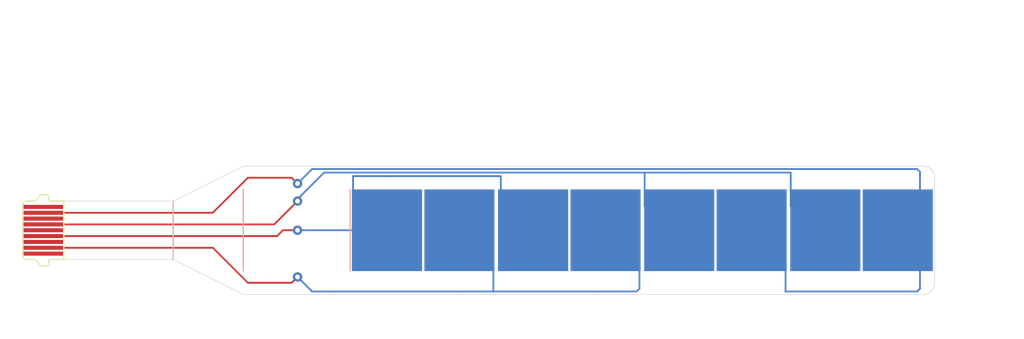
<source format=kicad_pcb>
(kicad_pcb (version 20171130) (host pcbnew "(5.1.5-0-10_14)")

  (general
    (thickness 0.1016)
    (drawings 41)
    (tracks 67)
    (zones 0)
    (modules 9)
    (nets 10)
  )

  (page A4)
  (layers
    (0 F.Cu signal)
    (31 B.Cu signal)
    (32 B.Adhes user)
    (33 F.Adhes user)
    (34 B.Paste user)
    (35 F.Paste user)
    (36 B.SilkS user)
    (37 F.SilkS user)
    (38 B.Mask user)
    (39 F.Mask user)
    (40 Dwgs.User user)
    (41 Cmts.User user)
    (42 Eco1.User user)
    (43 Eco2.User user)
    (44 Edge.Cuts user)
    (45 Margin user)
    (46 B.CrtYd user)
    (47 F.CrtYd user)
    (48 B.Fab user hide)
    (49 F.Fab user hide)
  )

  (setup
    (last_trace_width 0.1524)
    (trace_clearance 0.1524)
    (zone_clearance 0.508)
    (zone_45_only no)
    (trace_min 0.1524)
    (via_size 0.8)
    (via_drill 0.4)
    (via_min_size 0.4)
    (via_min_drill 0.3)
    (uvia_size 0.3)
    (uvia_drill 0.1)
    (uvias_allowed no)
    (uvia_min_size 0.2)
    (uvia_min_drill 0.1)
    (edge_width 0.05)
    (segment_width 0.2)
    (pcb_text_width 0.3)
    (pcb_text_size 1.5 1.5)
    (mod_edge_width 0.12)
    (mod_text_size 1 1)
    (mod_text_width 0.15)
    (pad_size 1.524 1.524)
    (pad_drill 0.762)
    (pad_to_mask_clearance 0.051)
    (solder_mask_min_width 0.25)
    (aux_axis_origin 0 0)
    (visible_elements FFFFFF7F)
    (pcbplotparams
      (layerselection 0x010f0_ffffffff)
      (usegerberextensions false)
      (usegerberattributes false)
      (usegerberadvancedattributes false)
      (creategerberjobfile false)
      (excludeedgelayer true)
      (linewidth 0.100000)
      (plotframeref false)
      (viasonmask false)
      (mode 1)
      (useauxorigin false)
      (hpglpennumber 1)
      (hpglpenspeed 20)
      (hpglpendiameter 15.000000)
      (psnegative false)
      (psa4output false)
      (plotreference false)
      (plotvalue false)
      (plotinvisibletext false)
      (padsonsilk false)
      (subtractmaskfromsilk false)
      (outputformat 1)
      (mirror false)
      (drillshape 0)
      (scaleselection 1)
      (outputdirectory "Gerbers/"))
  )

  (net 0 "")
  (net 1 "Net-(J1-Pad1)")
  (net 2 /CIN2p)
  (net 3 /CIN2m)
  (net 4 /CIN1m)
  (net 5 /CIN1p)
  (net 6 "Net-(J1-Pad3)")
  (net 7 "Net-(J1-Pad5)")
  (net 8 "Net-(J1-Pad7)")
  (net 9 "Net-(J1-Pad9)")

  (net_class Default "This is the default net class."
    (clearance 0.1524)
    (trace_width 0.1524)
    (via_dia 0.8)
    (via_drill 0.4)
    (uvia_dia 0.3)
    (uvia_drill 0.1)
    (add_net /CIN1m)
    (add_net /CIN1p)
    (add_net /CIN2m)
    (add_net /CIN2p)
    (add_net "Net-(J1-Pad1)")
    (add_net "Net-(J1-Pad3)")
    (add_net "Net-(J1-Pad5)")
    (add_net "Net-(J1-Pad7)")
    (add_net "Net-(J1-Pad9)")
  )

  (module Pixels:Differential_Sense_7x6 (layer B.Cu) (tedit 5F40C7A4) (tstamp 5F40A90D)
    (at 159.75 67.5)
    (path /5F3DE871)
    (fp_text reference P4 (at 0 -4.5) (layer B.SilkS) hide
      (effects (font (size 1 1) (thickness 0.15)) (justify mirror))
    )
    (fp_text value TestPoint_2Pole (at 0 2.95) (layer B.Fab)
      (effects (font (size 1 1) (thickness 0.15)) (justify mirror))
    )
    (pad 1 smd rect (at -3.1 0) (size 6 7) (layers B.Cu)
      (net 3 /CIN2m))
    (pad 2 smd rect (at 3.1 0) (size 6 7) (layers B.Cu)
      (net 2 /CIN2p))
  )

  (module Pixels:Differential_Sense_7x6 (layer B.Cu) (tedit 5F40C7A4) (tstamp 5F40A908)
    (at 147.25 67.5)
    (path /5F3DE861)
    (fp_text reference P3 (at 0 -4.5) (layer B.SilkS) hide
      (effects (font (size 1 1) (thickness 0.15)) (justify mirror))
    )
    (fp_text value TestPoint_2Pole (at 0 2.95) (layer B.Fab)
      (effects (font (size 1 1) (thickness 0.15)) (justify mirror))
    )
    (pad 1 smd rect (at -3.1 0) (size 6 7) (layers B.Cu)
      (net 3 /CIN2m))
    (pad 2 smd rect (at 3.1 0) (size 6 7) (layers B.Cu)
      (net 2 /CIN2p))
  )

  (module Pixels:Differential_Sense_7x6 (layer B.Cu) (tedit 5F40C7A4) (tstamp 5F40A903)
    (at 134.75 67.5)
    (path /5F3DDCEE)
    (fp_text reference P2 (at 0 -4.5) (layer B.SilkS) hide
      (effects (font (size 1 1) (thickness 0.15)) (justify mirror))
    )
    (fp_text value TestPoint_2Pole (at 0 2.95) (layer B.Fab)
      (effects (font (size 1 1) (thickness 0.15)) (justify mirror))
    )
    (pad 1 smd rect (at -3.1 0) (size 6 7) (layers B.Cu)
      (net 4 /CIN1m))
    (pad 2 smd rect (at 3.1 0) (size 6 7) (layers B.Cu)
      (net 5 /CIN1p))
  )

  (module Pixels:Differential_Sense_7x6 (layer B.Cu) (tedit 5F40C7A4) (tstamp 5F40A8FE)
    (at 122.25 67.5)
    (path /5F3DBC90)
    (fp_text reference P1 (at 0 -4.5) (layer B.SilkS) hide
      (effects (font (size 1 1) (thickness 0.15)) (justify mirror))
    )
    (fp_text value TestPoint_2Pole (at 0 2.95) (layer B.Fab)
      (effects (font (size 1 1) (thickness 0.15)) (justify mirror))
    )
    (pad 1 smd rect (at -3.1 0) (size 6 7) (layers B.Cu)
      (net 4 /CIN1m))
    (pad 2 smd rect (at 3.1 0) (size 6 7) (layers B.Cu)
      (net 5 /CIN1p))
  )

  (module Molex_FPC:Molex_5051100992_edge (layer F.Cu) (tedit 5F3DFBAF) (tstamp 5F3FA1A9)
    (at 91.5 67.5 90)
    (path /5F43F14A)
    (fp_text reference J1 (at 0 0.75 90) (layer F.SilkS) hide
      (effects (font (size 1 1) (thickness 0.15)))
    )
    (fp_text value Conn_01x09 (at 0.4 -4.6 90) (layer F.Fab)
      (effects (font (size 1 1) (thickness 0.15)))
    )
    (fp_line (start -2.2 -3.5) (end 2.2 -3.5) (layer F.SilkS) (width 0.12))
    (fp_line (start -2.5 -3.2) (end -2.5 -2.5) (layer F.SilkS) (width 0.12))
    (fp_line (start 2.5 -3.2) (end 2.5 -2.5) (layer F.SilkS) (width 0.12))
    (fp_line (start -2.558579 -2.358579) (end -3.05 -2) (layer F.SilkS) (width 0.12))
    (fp_line (start 2.558579 -2.358579) (end 3.05 -2) (layer F.SilkS) (width 0.12))
    (fp_line (start -3.05 -2) (end -3.05 -1.5) (layer F.SilkS) (width 0.12))
    (fp_line (start 3.05 -2) (end 3.05 -1.5) (layer F.SilkS) (width 0.12))
    (fp_line (start -2.85 -1.3) (end -2.7 -1.3) (layer F.SilkS) (width 0.12))
    (fp_line (start 2.85 -1.3) (end 2.7 -1.3) (layer F.SilkS) (width 0.12))
    (fp_line (start -2.5 -1.1) (end -2.5 0) (layer F.SilkS) (width 0.12))
    (fp_line (start -2.5 0) (end 2.5 0) (layer F.SilkS) (width 0.12))
    (fp_line (start 2.5 0) (end 2.5 -1.1) (layer F.SilkS) (width 0.12))
    (fp_arc (start -2.85 -1.5) (end -3.05 -1.5) (angle -90) (layer F.SilkS) (width 0.12))
    (fp_arc (start -2.7 -1.1) (end -2.5 -1.1) (angle -90) (layer F.SilkS) (width 0.12))
    (fp_arc (start 2.7 -1.1) (end 2.7 -1.3) (angle -90) (layer F.SilkS) (width 0.12))
    (fp_arc (start 2.85 -1.5) (end 2.85 -1.3) (angle -90) (layer F.SilkS) (width 0.12))
    (fp_arc (start 2.7 -2.5) (end 2.5 -2.5) (angle -45) (layer F.SilkS) (width 0.12))
    (fp_arc (start -2.7 -2.5) (end -2.5 -2.5) (angle 45) (layer F.SilkS) (width 0.12))
    (fp_arc (start -2.2 -3.2) (end -2.2 -3.5) (angle -90) (layer F.SilkS) (width 0.12))
    (fp_arc (start 2.2 -3.2) (end 2.5 -3.2) (angle -90) (layer F.SilkS) (width 0.12))
    (pad 1 connect rect (at -2 -1.75 90) (size 0.35 3.5) (layers F.Cu F.Mask)
      (net 1 "Net-(J1-Pad1)"))
    (pad 2 connect rect (at -1.5 -1.75 90) (size 0.35 3.5) (layers F.Cu F.Mask)
      (net 5 /CIN1p))
    (pad 3 connect rect (at -1 -1.75 90) (size 0.35 3.5) (layers F.Cu F.Mask)
      (net 6 "Net-(J1-Pad3)"))
    (pad 4 connect rect (at -0.5 -1.75 90) (size 0.35 3.5) (layers F.Cu F.Mask)
      (net 4 /CIN1m))
    (pad 5 connect rect (at 0 -1.75 90) (size 0.35 3.5) (layers F.Cu F.Mask)
      (net 7 "Net-(J1-Pad5)"))
    (pad 6 connect rect (at 0.5 -1.75 90) (size 0.35 3.5) (layers F.Cu F.Mask)
      (net 3 /CIN2m))
    (pad 7 connect rect (at 1 -1.75 90) (size 0.35 3.5) (layers F.Cu F.Mask)
      (net 8 "Net-(J1-Pad7)"))
    (pad 8 connect rect (at 1.5 -1.75 90) (size 0.35 3.5) (layers F.Cu F.Mask)
      (net 2 /CIN2p))
    (pad 9 connect rect (at 2 -1.75 90) (size 0.35 3.5) (layers F.Cu F.Mask)
      (net 9 "Net-(J1-Pad9)"))
  )

  (module MountingHole:MountingHole_2.1mm (layer F.Cu) (tedit 5B924765) (tstamp 5F40CFB1)
    (at 109.06 64.5)
    (descr "Mounting Hole 2.1mm, no annular")
    (tags "mounting hole 2.1mm no annular")
    (path /5F3E43C4)
    (attr virtual)
    (fp_text reference H1 (at 0 -3.2) (layer F.SilkS) hide
      (effects (font (size 1 1) (thickness 0.15)))
    )
    (fp_text value MountingHole (at 0 3.2) (layer F.Fab)
      (effects (font (size 1 1) (thickness 0.15)))
    )
    (fp_text user %R (at 0.3 0) (layer F.Fab)
      (effects (font (size 1 1) (thickness 0.15)))
    )
    (fp_circle (center 0 0) (end 2.1 0) (layer Cmts.User) (width 0.15))
    (fp_circle (center 0 0) (end 2.35 0) (layer F.CrtYd) (width 0.05))
    (pad "" np_thru_hole circle (at 0 0) (size 2.1 2.1) (drill 2.1) (layers *.Cu *.Mask))
  )

  (module MountingHole:MountingHole_2.1mm (layer F.Cu) (tedit 5B924765) (tstamp 5F40CFB8)
    (at 109.06 70.5)
    (descr "Mounting Hole 2.1mm, no annular")
    (tags "mounting hole 2.1mm no annular")
    (path /5F441B7E)
    (attr virtual)
    (fp_text reference H2 (at 0 -3.2) (layer F.SilkS) hide
      (effects (font (size 1 1) (thickness 0.15)))
    )
    (fp_text value MountingHole (at 0 3.2) (layer F.Fab)
      (effects (font (size 1 1) (thickness 0.15)))
    )
    (fp_circle (center 0 0) (end 2.35 0) (layer F.CrtYd) (width 0.05))
    (fp_circle (center 0 0) (end 2.1 0) (layer Cmts.User) (width 0.15))
    (fp_text user %R (at 0.3 0) (layer F.Fab)
      (effects (font (size 1 1) (thickness 0.15)))
    )
    (pad "" np_thru_hole circle (at 0 0) (size 2.1 2.1) (drill 2.1) (layers *.Cu *.Mask))
  )

  (module MountingHole:MountingHole_2.1mm (layer F.Cu) (tedit 5B924765) (tstamp 5F40CFBF)
    (at 113.8 64.5)
    (descr "Mounting Hole 2.1mm, no annular")
    (tags "mounting hole 2.1mm no annular")
    (path /5F441E2C)
    (attr virtual)
    (fp_text reference H3 (at 0 -3.2) (layer F.SilkS) hide
      (effects (font (size 1 1) (thickness 0.15)))
    )
    (fp_text value MountingHole (at 0 3.2) (layer F.Fab)
      (effects (font (size 1 1) (thickness 0.15)))
    )
    (fp_text user %R (at 0.3 0) (layer F.Fab)
      (effects (font (size 1 1) (thickness 0.15)))
    )
    (fp_circle (center 0 0) (end 2.1 0) (layer Cmts.User) (width 0.15))
    (fp_circle (center 0 0) (end 2.35 0) (layer F.CrtYd) (width 0.05))
    (pad "" np_thru_hole circle (at 0 0) (size 2.1 2.1) (drill 2.1) (layers *.Cu *.Mask))
  )

  (module MountingHole:MountingHole_2.1mm (layer F.Cu) (tedit 5B924765) (tstamp 5F40CFC6)
    (at 113.8 70.5)
    (descr "Mounting Hole 2.1mm, no annular")
    (tags "mounting hole 2.1mm no annular")
    (path /5F44200E)
    (attr virtual)
    (fp_text reference H4 (at 0 -3.2) (layer F.SilkS) hide
      (effects (font (size 1 1) (thickness 0.15)))
    )
    (fp_text value MountingHole (at 0 3.2) (layer F.Fab)
      (effects (font (size 1 1) (thickness 0.15)))
    )
    (fp_circle (center 0 0) (end 2.35 0) (layer F.CrtYd) (width 0.05))
    (fp_circle (center 0 0) (end 2.1 0) (layer Cmts.User) (width 0.15))
    (fp_text user %R (at 0.3 0) (layer F.Fab)
      (effects (font (size 1 1) (thickness 0.15)))
    )
    (pad "" np_thru_hole circle (at 0 0) (size 2.1 2.1) (drill 2.1) (layers *.Cu *.Mask))
  )

  (gr_line (start 116 62) (end 106.86 62) (layer Edge.Cuts) (width 0.05))
  (gr_line (start 100.86 70) (end 92 70) (layer Edge.Cuts) (width 0.05) (tstamp 5F3F9C24))
  (gr_line (start 100.86 65) (end 92 65) (layer Edge.Cuts) (width 0.05) (tstamp 5F3F9C10))
  (dimension 4 (width 0.15) (layer Dwgs.User)
    (gr_text "4.000 mm" (at 89.86 77.49) (layer Dwgs.User)
      (effects (font (size 1 1) (thickness 0.15)))
    )
    (feature1 (pts (xy 87.86 70.02) (xy 87.86 76.776421)))
    (feature2 (pts (xy 91.86 70.02) (xy 91.86 76.776421)))
    (crossbar (pts (xy 91.86 76.19) (xy 87.86 76.19)))
    (arrow1a (pts (xy 87.86 76.19) (xy 88.986504 75.603579)))
    (arrow1b (pts (xy 87.86 76.19) (xy 88.986504 76.776421)))
    (arrow2a (pts (xy 91.86 76.19) (xy 90.733496 75.603579)))
    (arrow2b (pts (xy 91.86 76.19) (xy 90.733496 76.776421)))
  )
  (gr_line (start 91.5 70) (end 92 70) (layer Edge.Cuts) (width 0.05) (tstamp 5F3F9A16))
  (dimension 8 (width 0.12) (layer Dwgs.User) (tstamp 5F3F94CE)
    (gr_text "8.000 mm" (at 96.86 54.730001) (layer Dwgs.User) (tstamp 5F3F94CE)
      (effects (font (size 1 1) (thickness 0.15)))
    )
    (feature1 (pts (xy 92.86 65) (xy 92.86 55.41358)))
    (feature2 (pts (xy 100.86 65) (xy 100.86 55.41358)))
    (crossbar (pts (xy 100.86 56.000001) (xy 92.86 56.000001)))
    (arrow1a (pts (xy 92.86 56.000001) (xy 93.986504 55.41358)))
    (arrow1b (pts (xy 92.86 56.000001) (xy 93.986504 56.586422)))
    (arrow2a (pts (xy 100.86 56.000001) (xy 99.733496 55.41358)))
    (arrow2b (pts (xy 100.86 56.000001) (xy 99.733496 56.586422)))
  )
  (dimension 6 (width 0.12) (layer Dwgs.User)
    (gr_text "6.000 mm" (at 103.86 48.5) (layer Dwgs.User)
      (effects (font (size 1 1) (thickness 0.15)))
    )
    (feature1 (pts (xy 100.86 62) (xy 100.86 49.183579)))
    (feature2 (pts (xy 106.86 62) (xy 106.86 49.183579)))
    (crossbar (pts (xy 106.86 49.77) (xy 100.86 49.77)))
    (arrow1a (pts (xy 100.86 49.77) (xy 101.986504 49.183579)))
    (arrow1b (pts (xy 100.86 49.77) (xy 101.986504 50.356421)))
    (arrow2a (pts (xy 106.86 49.77) (xy 105.733496 49.183579)))
    (arrow2b (pts (xy 106.86 49.77) (xy 105.733496 50.356421)))
  )
  (gr_line (start 100.86 65) (end 100.86 70) (layer B.SilkS) (width 0.12) (tstamp 5F3F94C2))
  (gr_line (start 106.86 73) (end 100.86 70) (layer Edge.Cuts) (width 0.05) (tstamp 5F3F94BE))
  (gr_line (start 106.86 62) (end 100.86 65) (layer Edge.Cuts) (width 0.05) (tstamp 5F3F9C0C))
  (dimension 9.14 (width 0.12) (layer Dwgs.User)
    (gr_text "9.140 mm" (at 111.43 51.73) (layer Dwgs.User)
      (effects (font (size 1 1) (thickness 0.15)))
    )
    (feature1 (pts (xy 106.86 62) (xy 106.86 52.413579)))
    (feature2 (pts (xy 116 62) (xy 116 52.413579)))
    (crossbar (pts (xy 116 53) (xy 106.86 53)))
    (arrow1a (pts (xy 106.86 53) (xy 107.986504 52.413579)))
    (arrow1b (pts (xy 106.86 53) (xy 107.986504 53.586421)))
    (arrow2a (pts (xy 116 53) (xy 114.873496 52.413579)))
    (arrow2b (pts (xy 116 53) (xy 114.873496 53.586421)))
  )
  (gr_line (start 106.86 64) (end 106.86 71) (layer B.SilkS) (width 0.12) (tstamp 5F3F9350))
  (gr_line (start 116 73) (end 106.86 73) (layer Edge.Cuts) (width 0.05) (tstamp 5F3F9338))
  (dimension 11 (width 0.12) (layer Dwgs.User) (tstamp 5F3F9EFD)
    (gr_text "11.000 mm" (at 172.27 67.5 270) (layer Dwgs.User) (tstamp 5F3F9EFD)
      (effects (font (size 1 1) (thickness 0.15)))
    )
    (feature1 (pts (xy 166 73) (xy 171.586421 73)))
    (feature2 (pts (xy 166 62) (xy 171.586421 62)))
    (crossbar (pts (xy 171 62) (xy 171 73)))
    (arrow1a (pts (xy 171 73) (xy 170.413579 71.873496)))
    (arrow1b (pts (xy 171 73) (xy 171.586421 71.873496)))
    (arrow2a (pts (xy 171 62) (xy 170.413579 63.126504)))
    (arrow2b (pts (xy 171 62) (xy 171.586421 63.126504)))
  )
  (dimension 50 (width 0.12) (layer Dwgs.User)
    (gr_text "50.000 mm" (at 141 51.73) (layer Dwgs.User)
      (effects (font (size 1 1) (thickness 0.15)))
    )
    (feature1 (pts (xy 166 62) (xy 166 52.413579)))
    (feature2 (pts (xy 116 62) (xy 116 52.413579)))
    (crossbar (pts (xy 116 53) (xy 166 53)))
    (arrow1a (pts (xy 166 53) (xy 164.873496 53.586421)))
    (arrow1b (pts (xy 166 53) (xy 164.873496 52.413579)))
    (arrow2a (pts (xy 116 53) (xy 117.126504 53.586421)))
    (arrow2b (pts (xy 116 53) (xy 117.126504 52.413579)))
  )
  (gr_line (start 91.5 65) (end 92 65) (layer Edge.Cuts) (width 0.05) (tstamp 5F3F99B3))
  (gr_line (start 88 69.698444) (end 88 65.3) (layer Edge.Cuts) (width 0.05) (tstamp 5F3F99B0))
  (gr_arc (start 90.4 64.8) (end 90.2 64.8) (angle -90) (layer Edge.Cuts) (width 0.05) (tstamp 5F3F99AD))
  (gr_arc (start 90 64.65) (end 90.2 64.65) (angle -90) (layer Edge.Cuts) (width 0.05) (tstamp 5F3F99AA))
  (gr_arc (start 89 64.8) (end 89 65) (angle -54.46228891) (layer Edge.Cuts) (width 0.05) (tstamp 5F3F99A7))
  (gr_arc (start 90.4 70.2) (end 90.4 70) (angle -82.87498365) (layer Edge.Cuts) (width 0.05) (tstamp 5F3F99A4))
  (gr_arc (start 90 70.35) (end 90 70.55) (angle -90) (layer Edge.Cuts) (width 0.05) (tstamp 5F3F99A1))
  (gr_arc (start 89 70.2) (end 89.175 70.1) (angle -60.2551187) (layer Edge.Cuts) (width 0.05) (tstamp 5F3F999E))
  (gr_arc (start 88.3 69.698444) (end 88 69.698444) (angle -90) (layer Edge.Cuts) (width 0.05) (tstamp 5F3F999B))
  (gr_arc (start 88.3 65.3) (end 88.3 65) (angle -90) (layer Edge.Cuts) (width 0.05) (tstamp 5F3F9998))
  (gr_line (start 88.3 65) (end 89 65) (layer Edge.Cuts) (width 0.05) (tstamp 5F3F9995))
  (gr_line (start 89.5 64.45) (end 89.162747 64.916248) (layer Edge.Cuts) (width 0.05) (tstamp 5F3F9992))
  (gr_line (start 90 64.45) (end 89.5 64.45) (layer Edge.Cuts) (width 0.05) (tstamp 5F3F998F))
  (gr_line (start 90.2 64.8) (end 90.2 64.65) (layer Edge.Cuts) (width 0.05) (tstamp 5F3F998C))
  (gr_line (start 91.5 65) (end 90.4 65) (layer Edge.Cuts) (width 0.05) (tstamp 5F3F9989))
  (gr_line (start 90.4 70) (end 91.5 70) (layer Edge.Cuts) (width 0.05) (tstamp 5F3F9986))
  (gr_line (start 90.2 70.35) (end 90.201544 70.175193) (layer Edge.Cuts) (width 0.05) (tstamp 5F3F9983))
  (gr_line (start 89.5 70.55) (end 90 70.55) (layer Edge.Cuts) (width 0.05) (tstamp 5F3F9980))
  (gr_line (start 89.5 70.55) (end 89.175 70.1) (layer Edge.Cuts) (width 0.05) (tstamp 5F3F997D))
  (gr_line (start 88.3 69.998444) (end 89 69.998444) (layer Edge.Cuts) (width 0.05) (tstamp 5F3F997A))
  (gr_line (start 116 64) (end 116 71) (layer B.SilkS) (width 0.12) (tstamp 5F3F90D2))
  (gr_arc (start 165 72) (end 165 73) (angle -90) (layer Edge.Cuts) (width 0.05) (tstamp 5F3F90CF))
  (gr_arc (start 165 63) (end 166 63) (angle -90) (layer Edge.Cuts) (width 0.05) (tstamp 5F3F90CC))
  (gr_line (start 165 62) (end 116 62) (layer Edge.Cuts) (width 0.05) (tstamp 5F3F90C9))
  (gr_line (start 166 72) (end 166 63) (layer Edge.Cuts) (width 0.05) (tstamp 5F3F90C6))
  (gr_line (start 116 73) (end 165 73) (layer Edge.Cuts) (width 0.05) (tstamp 5F3F90C3))

  (via (at 111.5 63.5) (size 0.8) (drill 0.4) (layers F.Cu B.Cu) (net 2))
  (segment (start 162.8 67.5) (end 162.8 67.45) (width 0.1524) (layer B.Cu) (net 2))
  (segment (start 164.75 62.5) (end 164.50361 62.25361) (width 0.1524) (layer B.Cu) (net 2))
  (segment (start 164.50361 62.25361) (end 112.74639 62.25361) (width 0.1524) (layer B.Cu) (net 2))
  (segment (start 164.75 65.5) (end 164.75 62.5) (width 0.1524) (layer B.Cu) (net 2))
  (segment (start 162.8 67.45) (end 164.75 65.5) (width 0.1524) (layer B.Cu) (net 2))
  (segment (start 112.74639 62.25361) (end 111.5 63.5) (width 0.1524) (layer B.Cu) (net 2))
  (segment (start 111.5 63.5) (end 111 63) (width 0.1524) (layer F.Cu) (net 2))
  (segment (start 111 63) (end 107.25 63) (width 0.1524) (layer F.Cu) (net 2))
  (segment (start 107.25 63) (end 104.25 66) (width 0.1524) (layer F.Cu) (net 2))
  (segment (start 104.25 66) (end 89.75 66) (width 0.1524) (layer F.Cu) (net 2))
  (segment (start 153.24639 69.49639) (end 151.25 67.5) (width 0.1524) (layer B.Cu) (net 2))
  (segment (start 162.8 67.55) (end 164.75 69.5) (width 0.1524) (layer B.Cu) (net 2))
  (segment (start 151.25 67.5) (end 150.3 67.5) (width 0.1524) (layer B.Cu) (net 2))
  (segment (start 162.8 67.5) (end 162.8 67.55) (width 0.1524) (layer B.Cu) (net 2))
  (segment (start 153.24639 72.74639) (end 153.24639 69.49639) (width 0.1524) (layer B.Cu) (net 2))
  (segment (start 164.75 69.5) (end 164.75 72.5) (width 0.1524) (layer B.Cu) (net 2))
  (segment (start 164.75 72.5) (end 164.50361 72.74639) (width 0.1524) (layer B.Cu) (net 2))
  (segment (start 164.50361 72.74639) (end 153.24639 72.74639) (width 0.1524) (layer B.Cu) (net 2))
  (segment (start 162.8 67.5) (end 163.75 67.5) (width 0.1524) (layer B.Cu) (net 2))
  (segment (start 163.75 67.5) (end 165.74639 69.49639) (width 0.1524) (layer B.Cu) (net 2))
  (segment (start 109.5 67) (end 89.75 67) (width 0.1524) (layer F.Cu) (net 3))
  (segment (start 111.5 64.83367) (end 111.5 65) (width 0.1524) (layer B.Cu) (net 3))
  (via (at 111.5 65) (size 0.8) (drill 0.4) (layers F.Cu B.Cu) (net 3))
  (segment (start 111.5 65) (end 109.5 67) (width 0.1524) (layer F.Cu) (net 3))
  (segment (start 113.77525 62.55842) (end 111.5 64.83367) (width 0.1524) (layer B.Cu) (net 3))
  (segment (start 156.7 67.5) (end 155.75 67.5) (width 0.1524) (layer B.Cu) (net 3))
  (segment (start 155.75 67.5) (end 153.69158 65.44158) (width 0.1524) (layer B.Cu) (net 3))
  (segment (start 153.69158 65.44158) (end 153.69158 62.55842) (width 0.1524) (layer B.Cu) (net 3))
  (segment (start 144.25 62.55842) (end 153.69158 62.55842) (width 0.1524) (layer B.Cu) (net 3))
  (segment (start 144.2 67.5) (end 143.25 67.5) (width 0.1524) (layer B.Cu) (net 3))
  (segment (start 143.25 67.5) (end 141.19158 65.44158) (width 0.1524) (layer B.Cu) (net 3))
  (segment (start 141.19158 62.55842) (end 113.77525 62.55842) (width 0.1524) (layer B.Cu) (net 3))
  (segment (start 141.19158 65.44158) (end 141.19158 62.55842) (width 0.1524) (layer B.Cu) (net 3))
  (segment (start 144.25 62.55842) (end 141.19158 62.55842) (width 0.1524) (layer B.Cu) (net 3))
  (via (at 111.5 67.5) (size 0.8) (drill 0.4) (layers F.Cu B.Cu) (net 4))
  (segment (start 119.2 67.5) (end 111.5 67.5) (width 0.1524) (layer B.Cu) (net 4))
  (segment (start 109.75 68) (end 89.75 68) (width 0.1524) (layer F.Cu) (net 4))
  (segment (start 110.25 67.5) (end 109.75 68) (width 0.1524) (layer F.Cu) (net 4))
  (segment (start 111.5 67.5) (end 110.25 67.5) (width 0.1524) (layer F.Cu) (net 4))
  (segment (start 130.75 67.5) (end 128.88677 65.63677) (width 0.1524) (layer B.Cu) (net 4))
  (segment (start 131.7 67.5) (end 130.75 67.5) (width 0.1524) (layer B.Cu) (net 4))
  (segment (start 118.25 67.5) (end 116.25 65.5) (width 0.1524) (layer B.Cu) (net 4))
  (segment (start 119.2 67.5) (end 118.25 67.5) (width 0.1524) (layer B.Cu) (net 4))
  (segment (start 116.25 65.5) (end 116.25 62.86323) (width 0.1524) (layer B.Cu) (net 4))
  (segment (start 128.88677 65.63677) (end 128.88677 62.86323) (width 0.1524) (layer B.Cu) (net 4))
  (segment (start 116.25 62.86323) (end 119.25 62.86323) (width 0.1524) (layer B.Cu) (net 4))
  (segment (start 128.88677 62.86323) (end 119.25 62.86323) (width 0.1524) (layer B.Cu) (net 4))
  (via (at 111.5 71.5) (size 0.8) (drill 0.4) (layers F.Cu B.Cu) (net 5))
  (segment (start 104.25 69) (end 89.75 69) (width 0.1524) (layer F.Cu) (net 5))
  (segment (start 111.5 71.5) (end 111 72) (width 0.1524) (layer F.Cu) (net 5))
  (segment (start 107.25 72) (end 104.25 69) (width 0.1524) (layer F.Cu) (net 5))
  (segment (start 111 72) (end 107.25 72) (width 0.1524) (layer F.Cu) (net 5))
  (segment (start 137.8 67.5) (end 138.75 67.5) (width 0.1524) (layer B.Cu) (net 5))
  (segment (start 138.75 67.5) (end 140.75 69.5) (width 0.1524) (layer B.Cu) (net 5))
  (segment (start 125.25361 72.74639) (end 114.24639 72.74639) (width 0.1524) (layer B.Cu) (net 5))
  (segment (start 114.24639 72.74639) (end 113.24639 72.74639) (width 0.1524) (layer B.Cu) (net 5))
  (segment (start 112.74639 72.74639) (end 113.24639 72.74639) (width 0.1524) (layer B.Cu) (net 5))
  (segment (start 111.5 71.5) (end 112.74639 72.74639) (width 0.1524) (layer B.Cu) (net 5))
  (segment (start 125.3 67.5) (end 126.25 67.5) (width 0.1524) (layer B.Cu) (net 5))
  (segment (start 126.25 67.5) (end 128.25361 69.50361) (width 0.1524) (layer B.Cu) (net 5))
  (segment (start 128.25361 72.74639) (end 125.25361 72.74639) (width 0.1524) (layer B.Cu) (net 5))
  (segment (start 140.50361 72.74639) (end 137.24639 72.74639) (width 0.1524) (layer B.Cu) (net 5))
  (segment (start 140.75 72.5) (end 140.50361 72.74639) (width 0.1524) (layer B.Cu) (net 5))
  (segment (start 137.24639 72.74639) (end 128.25361 72.74639) (width 0.1524) (layer B.Cu) (net 5))
  (segment (start 128.25361 69.50361) (end 128.25361 72.74639) (width 0.1524) (layer B.Cu) (net 5))
  (segment (start 140.75 69.5) (end 140.75 72.5) (width 0.1524) (layer B.Cu) (net 5))

)

</source>
